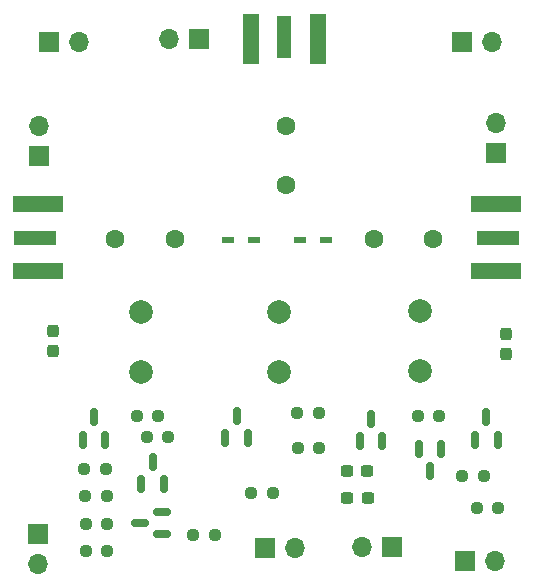
<source format=gbr>
%TF.GenerationSoftware,KiCad,Pcbnew,(6.0.2)*%
%TF.CreationDate,2022-11-21T15:36:14-08:00*%
%TF.ProjectId,tr_switch,74725f73-7769-4746-9368-2e6b69636164,rev?*%
%TF.SameCoordinates,PX4b94250PY699e930*%
%TF.FileFunction,Soldermask,Top*%
%TF.FilePolarity,Negative*%
%FSLAX46Y46*%
G04 Gerber Fmt 4.6, Leading zero omitted, Abs format (unit mm)*
G04 Created by KiCad (PCBNEW (6.0.2)) date 2022-11-21 15:36:14*
%MOMM*%
%LPD*%
G01*
G04 APERTURE LIST*
G04 Aperture macros list*
%AMRoundRect*
0 Rectangle with rounded corners*
0 $1 Rounding radius*
0 $2 $3 $4 $5 $6 $7 $8 $9 X,Y pos of 4 corners*
0 Add a 4 corners polygon primitive as box body*
4,1,4,$2,$3,$4,$5,$6,$7,$8,$9,$2,$3,0*
0 Add four circle primitives for the rounded corners*
1,1,$1+$1,$2,$3*
1,1,$1+$1,$4,$5*
1,1,$1+$1,$6,$7*
1,1,$1+$1,$8,$9*
0 Add four rect primitives between the rounded corners*
20,1,$1+$1,$2,$3,$4,$5,0*
20,1,$1+$1,$4,$5,$6,$7,0*
20,1,$1+$1,$6,$7,$8,$9,0*
20,1,$1+$1,$8,$9,$2,$3,0*%
G04 Aperture macros list end*
%ADD10R,1.700000X1.700000*%
%ADD11O,1.700000X1.700000*%
%ADD12R,1.100000X0.600000*%
%ADD13C,1.600000*%
%ADD14RoundRect,0.237500X0.300000X0.237500X-0.300000X0.237500X-0.300000X-0.237500X0.300000X-0.237500X0*%
%ADD15C,2.000000*%
%ADD16R,3.600000X1.270000*%
%ADD17R,4.200000X1.350000*%
%ADD18RoundRect,0.237500X0.250000X0.237500X-0.250000X0.237500X-0.250000X-0.237500X0.250000X-0.237500X0*%
%ADD19RoundRect,0.150000X0.150000X-0.587500X0.150000X0.587500X-0.150000X0.587500X-0.150000X-0.587500X0*%
%ADD20R,1.270000X3.600000*%
%ADD21R,1.350000X4.200000*%
%ADD22RoundRect,0.237500X0.237500X-0.300000X0.237500X0.300000X-0.237500X0.300000X-0.237500X-0.300000X0*%
%ADD23RoundRect,0.237500X-0.250000X-0.237500X0.250000X-0.237500X0.250000X0.237500X-0.250000X0.237500X0*%
%ADD24RoundRect,0.150000X0.587500X0.150000X-0.587500X0.150000X-0.587500X-0.150000X0.587500X-0.150000X0*%
%ADD25RoundRect,0.150000X-0.150000X0.587500X-0.150000X-0.587500X0.150000X-0.587500X0.150000X0.587500X0*%
G04 APERTURE END LIST*
D10*
%TO.C,J3*%
X2750000Y36900000D03*
D11*
X2750000Y39440000D03*
%TD*%
D12*
%TO.C,D2*%
X24800000Y29850000D03*
X27000000Y29850000D03*
%TD*%
D13*
%TO.C,C4*%
X9200000Y29900000D03*
X14200000Y29900000D03*
%TD*%
%TO.C,C5*%
X23650000Y34500000D03*
X23650000Y39500000D03*
%TD*%
D14*
%TO.C,C2*%
X30562500Y8000000D03*
X28837500Y8000000D03*
%TD*%
D15*
%TO.C,L2*%
X23050000Y23740000D03*
X23050000Y18660000D03*
%TD*%
D16*
%TO.C,J4*%
X2400000Y30000000D03*
D17*
X2600000Y32825000D03*
X2600000Y27175000D03*
%TD*%
D18*
%TO.C,R1*%
X17612500Y4850000D03*
X15787500Y4850000D03*
%TD*%
D19*
%TO.C,Q4*%
X29900000Y12825000D03*
X31800000Y12825000D03*
X30850000Y14700000D03*
%TD*%
D10*
%TO.C,J9*%
X3600000Y46550000D03*
D11*
X6140000Y46550000D03*
%TD*%
D15*
%TO.C,L3*%
X34950000Y18760000D03*
X34950000Y23840000D03*
%TD*%
D10*
%TO.C,J2*%
X21825000Y3750000D03*
D11*
X24365000Y3750000D03*
%TD*%
D20*
%TO.C,J6*%
X23500000Y47037500D03*
D21*
X26325000Y46837500D03*
X20675000Y46837500D03*
%TD*%
D15*
%TO.C,L1*%
X11350000Y18660000D03*
X11350000Y23740000D03*
%TD*%
D22*
%TO.C,C7*%
X42250000Y20137500D03*
X42250000Y21862500D03*
%TD*%
D18*
%TO.C,R13*%
X13662500Y13150000D03*
X11837500Y13150000D03*
%TD*%
D19*
%TO.C,Q3*%
X39650000Y12912500D03*
X41550000Y12912500D03*
X40600000Y14787500D03*
%TD*%
D23*
%TO.C,R12*%
X38537500Y9800000D03*
X40362500Y9800000D03*
%TD*%
D10*
%TO.C,J8*%
X41400000Y37200000D03*
D11*
X41400000Y39740000D03*
%TD*%
D23*
%TO.C,R7*%
X6637500Y8150000D03*
X8462500Y8150000D03*
%TD*%
D14*
%TO.C,C1*%
X30512500Y10250000D03*
X28787500Y10250000D03*
%TD*%
D23*
%TO.C,R11*%
X24587500Y15200000D03*
X26412500Y15200000D03*
%TD*%
D19*
%TO.C,Q6*%
X6450000Y12912500D03*
X8350000Y12912500D03*
X7400000Y14787500D03*
%TD*%
D18*
%TO.C,R10*%
X12812500Y14950000D03*
X10987500Y14950000D03*
%TD*%
D12*
%TO.C,D1*%
X20950000Y29850000D03*
X18750000Y29850000D03*
%TD*%
D10*
%TO.C,J1*%
X32650000Y3800000D03*
D11*
X30110000Y3800000D03*
%TD*%
D10*
%TO.C,J10*%
X38775000Y2600000D03*
D11*
X41315000Y2600000D03*
%TD*%
D18*
%TO.C,R5*%
X41612500Y7100000D03*
X39787500Y7100000D03*
%TD*%
D23*
%TO.C,R4*%
X24637500Y12200000D03*
X26462500Y12200000D03*
%TD*%
%TO.C,R8*%
X6537500Y10400000D03*
X8362500Y10400000D03*
%TD*%
%TO.C,R2*%
X20675000Y8400000D03*
X22500000Y8400000D03*
%TD*%
D10*
%TO.C,J11*%
X2600000Y4925000D03*
D11*
X2600000Y2385000D03*
%TD*%
D13*
%TO.C,C6*%
X31050000Y29900000D03*
X36050000Y29900000D03*
%TD*%
D19*
%TO.C,Q7*%
X18500000Y13062500D03*
X20400000Y13062500D03*
X19450000Y14937500D03*
%TD*%
D16*
%TO.C,J7*%
X41600000Y30000000D03*
D17*
X41400000Y27175000D03*
X41400000Y32825000D03*
%TD*%
D19*
%TO.C,Q5*%
X11400000Y9162500D03*
X13300000Y9162500D03*
X12350000Y11037500D03*
%TD*%
D23*
%TO.C,R9*%
X34787500Y14900000D03*
X36612500Y14900000D03*
%TD*%
D10*
%TO.C,J5*%
X16250000Y46800000D03*
D11*
X13710000Y46800000D03*
%TD*%
D24*
%TO.C,Q1*%
X13137500Y4900000D03*
X13137500Y6800000D03*
X11262500Y5850000D03*
%TD*%
D23*
%TO.C,R6*%
X6687500Y5800000D03*
X8512500Y5800000D03*
%TD*%
D18*
%TO.C,R3*%
X8525000Y3500000D03*
X6700000Y3500000D03*
%TD*%
D25*
%TO.C,Q2*%
X36800000Y12137500D03*
X34900000Y12137500D03*
X35850000Y10262500D03*
%TD*%
D10*
%TO.C,J12*%
X38550000Y46550000D03*
D11*
X41090000Y46550000D03*
%TD*%
D22*
%TO.C,C3*%
X3900000Y20387500D03*
X3900000Y22112500D03*
%TD*%
M02*

</source>
